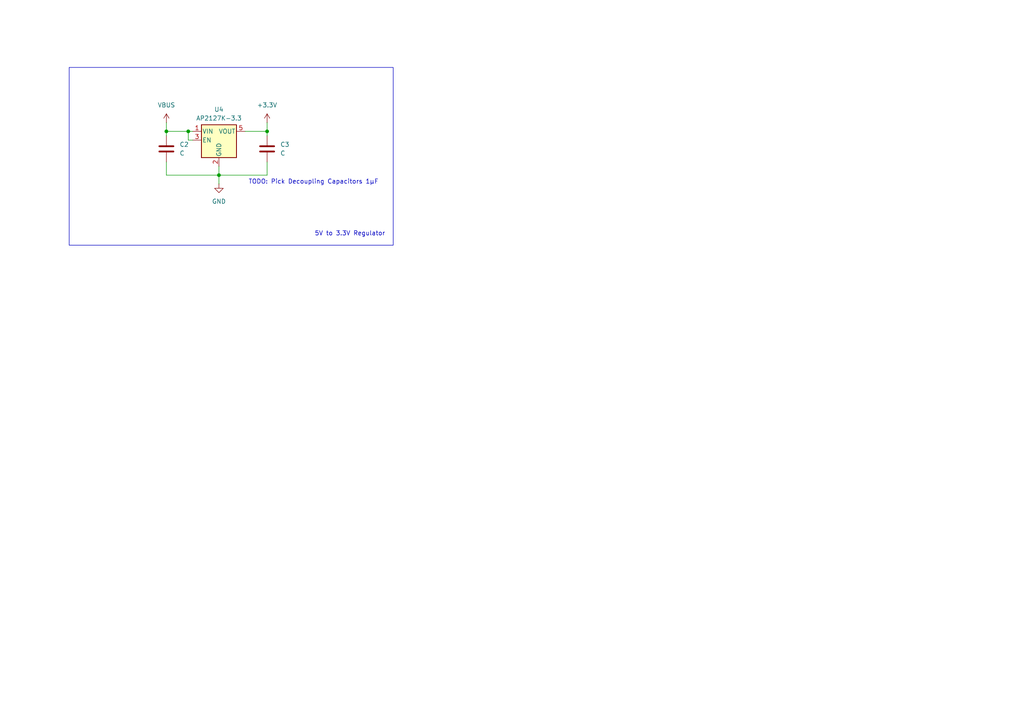
<source format=kicad_sch>
(kicad_sch (version 20250114) (generator "eeschema") (generator_version "9.0")
  (paper "A4")
  (lib_symbols
    (symbol "Device:C" (pin_numbers (hide yes)) (pin_names (offset 0.254))
      (property "Reference" "C" (at 0.635 2.54 0))
      (property "Value" "C" (at 0.635 -2.54 0))
      (symbol "C_0_1"
        (polyline (pts (xy -2.032 0.762) (xy 2.032 0.762)) (stroke (width 0.508)))
        (polyline (pts (xy -2.032 -0.762) (xy 2.032 -0.762)) (stroke (width 0.508)))
      )
      (symbol "C_1_1"
        (pin passive line (at 0 3.81 270) (length 2.794) (name "~") (number "1"))
        (pin passive line (at 0 -3.81 90) (length 2.794) (name "~") (number "2"))
      )
    )
    (symbol "Regulator_Linear:AP2127K-3.3" (pin_names (offset 0.254))
      (property "Reference" "U" (at -5.08 5.715 0))
      (property "Value" "AP2127K-3.3" (at 0 5.715 0))
      (symbol "AP2127K-3.3_0_1"
        (rectangle (start -5.08 4.445) (end 5.08 -5.08) (stroke (width 0.254)) (fill (type background)))
      )
      (symbol "AP2127K-3.3_1_1"
        (pin power_in line (at -7.62 2.54 0) (length 2.54) (name "VIN") (number "1"))
        (pin input line (at -7.62 0 0) (length 2.54) (name "EN") (number "3"))
        (pin power_in line (at 0 -7.62 90) (length 2.54) (name "GND") (number "2"))
        (pin no_connect line (at 5.08 0 180) (length 2.54) (hide yes) (name "NC") (number "4"))
        (pin power_out line (at 7.62 2.54 180) (length 2.54) (name "VOUT") (number "5"))
      )
    )
    (symbol "power:+3.3V" (power) (pin_numbers (hide yes)) (pin_names (offset 0) (hide yes))
      (property "Value" "+3.3V" (at 0 3.556 0))
      (symbol "+3.3V_0_1"
        (polyline (pts (xy -0.762 1.27) (xy 0 2.54)))
        (polyline (pts (xy 0 2.54) (xy 0.762 1.27)))
        (polyline (pts (xy 0 0) (xy 0 2.54)))
      )
      (symbol "+3.3V_1_1"
        (pin power_in line (at 0 0 90) (length 0) (name "~") (number "1"))
      )
    )
    (symbol "power:GND" (power) (pin_numbers (hide yes)) (pin_names (offset 0) (hide yes))
      (property "Value" "GND" (at 0 -3.81 0))
      (symbol "GND_0_1"
        (polyline (pts (xy 0 0) (xy 0 -1.27) (xy 1.27 -1.27) (xy 0 -2.54) (xy -1.27 -1.27) (xy 0 -1.27)))
      )
      (symbol "GND_1_1"
        (pin power_in line (at 0 0 270) (length 0) (name "~") (number "1"))
      )
    )
    (symbol "power:VBUS" (power) (pin_numbers (hide yes)) (pin_names (offset 0) (hide yes))
      (property "Value" "VBUS" (at 0 3.556 0))
      (symbol "VBUS_0_1"
        (polyline (pts (xy -0.762 1.27) (xy 0 2.54)))
        (polyline (pts (xy 0 2.54) (xy 0.762 1.27)))
        (polyline (pts (xy 0 0) (xy 0 2.54)))
      )
      (symbol "VBUS_1_1"
        (pin power_in line (at 0 0 90) (length 0) (name "~") (number "1"))
      )
    )
  )
  (rectangle (start 20.066 19.558) (end 114.046 71.12))
  (text "5V to 3.3V Regulator" (at 111.76 68.58 0) (effects (font (size 1.27 1.27)) (justify right bottom)))
  (text "TODO: Pick Decoupling Capacitors 1 µF\n" (at 90.932 52.832 0) (effects (font (size 1.27 1.27))))
  (junction (at 54.61 38.1))
  (junction (at 77.47 38.1))
  (junction (at 48.26 38.1))
  (junction (at 63.5 50.8))
  (wire (pts (xy 77.47 38.1) (xy 77.47 35.56)))
  (wire (pts (xy 77.47 46.99) (xy 77.47 50.8)))
  (wire (pts (xy 48.26 35.56) (xy 48.26 38.1)))
  (wire (pts (xy 54.61 40.64) (xy 54.61 38.1)))
  (wire (pts (xy 63.5 50.8) (xy 77.47 50.8)))
  (wire (pts (xy 63.5 50.8) (xy 63.5 53.34)))
  (wire (pts (xy 77.47 38.1) (xy 77.47 39.37)))
  (wire (pts (xy 54.61 38.1) (xy 55.88 38.1)))
  (wire (pts (xy 63.5 48.26) (xy 63.5 50.8)))
  (wire (pts (xy 48.26 50.8) (xy 63.5 50.8)))
  (wire (pts (xy 48.26 38.1) (xy 48.26 39.37)))
  (wire (pts (xy 71.12 38.1) (xy 77.47 38.1)))
  (wire (pts (xy 55.88 40.64) (xy 54.61 40.64)))
  (wire (pts (xy 48.26 38.1) (xy 54.61 38.1)))
  (wire (pts (xy 48.26 46.99) (xy 48.26 50.8)))
  (symbol (lib_id "power:VBUS") (at 48.26 35.56 0) (unit 1)
    (property "Reference" "#PWR030" (effects (hide yes)))
    (property "Value" "VBUS" (at 48.26 30.48 0))
    (property "Description" "Power symbol creates a global label with name \"VBUS\"" (effects (hide yes)))
  )
  (symbol (lib_id "Regulator_Linear:AP2127K-3.3") (at 63.5 40.64 0) (unit 1)
    (property "Reference" "U4" (at 63.5 31.75 0))
    (property "Value" "AP2127K-3.3" (at 63.5 34.29 0))
    (property "Footprint" "Package_TO_SOT_SMD:SOT-23-5" (effects (hide yes)))
    (property "Datasheet" "https://www.diodes.com/assets/Datasheets/AP2127.pdf" (effects (hide yes)))
    (property "Description" "300mA low dropout linear regulator, shutdown pin, 2.5V-6V input voltage, 3.3V fixed positive output, SOT-23-5" (effects (hide yes)))
    (property "LCSC" "C156285" (effects (hide yes)))
  )
  (symbol (lib_id "Device:C") (at 77.47 43.18 0) (unit 1)
    (property "Reference" "C3" (at 81.28 41.9099 0) (effects (justify left)))
    (property "Value" "C" (at 81.28 44.4499 0) (effects (justify left)))
    (property "Footprint" "Capacitor_SMD:C_0201_0603Metric" (effects (hide yes)))
    (property "Description" "Unpolarized capacitor" (effects (hide yes)))
  )
  (symbol (lib_id "power:GND") (at 63.5 53.34 0) (unit 1)
    (property "Reference" "#PWR035" (effects (hide yes)))
    (property "Value" "GND" (at 63.5 58.42 0))
    (property "Description" "Power symbol creates a global label with name \"GND\" , ground" (effects (hide yes)))
  )
  (symbol (lib_id "Device:C") (at 48.26 43.18 0) (unit 1)
    (property "Reference" "C2" (at 52.07 41.9099 0) (effects (justify left)))
    (property "Value" "C" (at 52.07 44.4499 0) (effects (justify left)))
    (property "Footprint" "Capacitor_SMD:C_0201_0603Metric" (effects (hide yes)))
    (property "Description" "Unpolarized capacitor" (effects (hide yes)))
  )
  (symbol (lib_id "power:+3.3V") (at 77.47 35.56 0) (unit 1)
    (property "Reference" "#PWR032" (effects (hide yes)))
    (property "Value" "+3.3V" (at 77.47 30.48 0))
    (property "Description" "Power symbol creates a global label with name \"+3.3V\"" (effects (hide yes)))
  )
)
</source>
